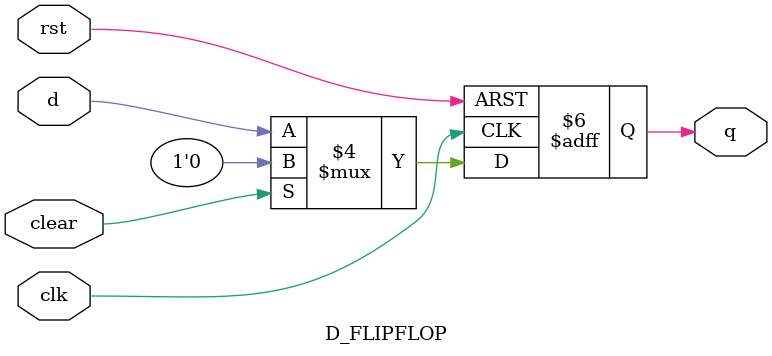
<source format=sv>
`timescale 1ns / 1ps


module D_FLIPFLOP(input logic clk, input logic d, input logic clear, input logic rst, output logic q);
    
    always_ff@(posedge clk, negedge rst )begin
        if(~rst) q<=0;
        else if(clear) q<=0;
        else q<=d;
    end
endmodule

</source>
